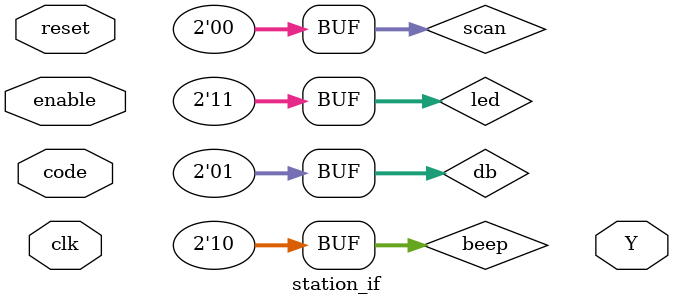
<source format=sv>
module station_if(input reset , clk, enable, input [3:0] code, output Y);

    wire [3:0] cm;

    //current state
    reg [1:0] ps;

    //next state
    reg [1:0] ns;

    //State encoding
    reg [1:0] scan = 2'b00 , beep = 2'b10 , db = 2'b01 , led = 2'b11;
    wire dbstate,beepstate,ledlights,scanner;
    
    always @(clk) begin
       
       //next state logic
        if(reset) ps = scan;
        else ps = ns;
        
        case(ps)
           
           scan : if(scanner) ns = beep;
                  else ns = scan;
                  
           beep : if(beepstate) ns = db;
                  else ns = beep;
                  
           //feedback loop from LED to database      
           //if no item is found
           db : if(dbstate) ns = led;
                else ns = led;
                
           led : if(ledlights) ns = scan;
                 else ns = db;
           
           default: ns = scan; 
       endcase
        
   end
   
   //decoder is used to controll the enableing signals to each of the modules
    decoder_2x4 decoder(ps,cm);
    scanner scanmod(clk,cm[0],code,scanner);
    beep beeper(clk,cm[1],beepstate);
    database dbs(clk,cm[2],code,dbstate);
    LED leds(clk,cm[3],dbstate,ledlights);

endmodule

</source>
